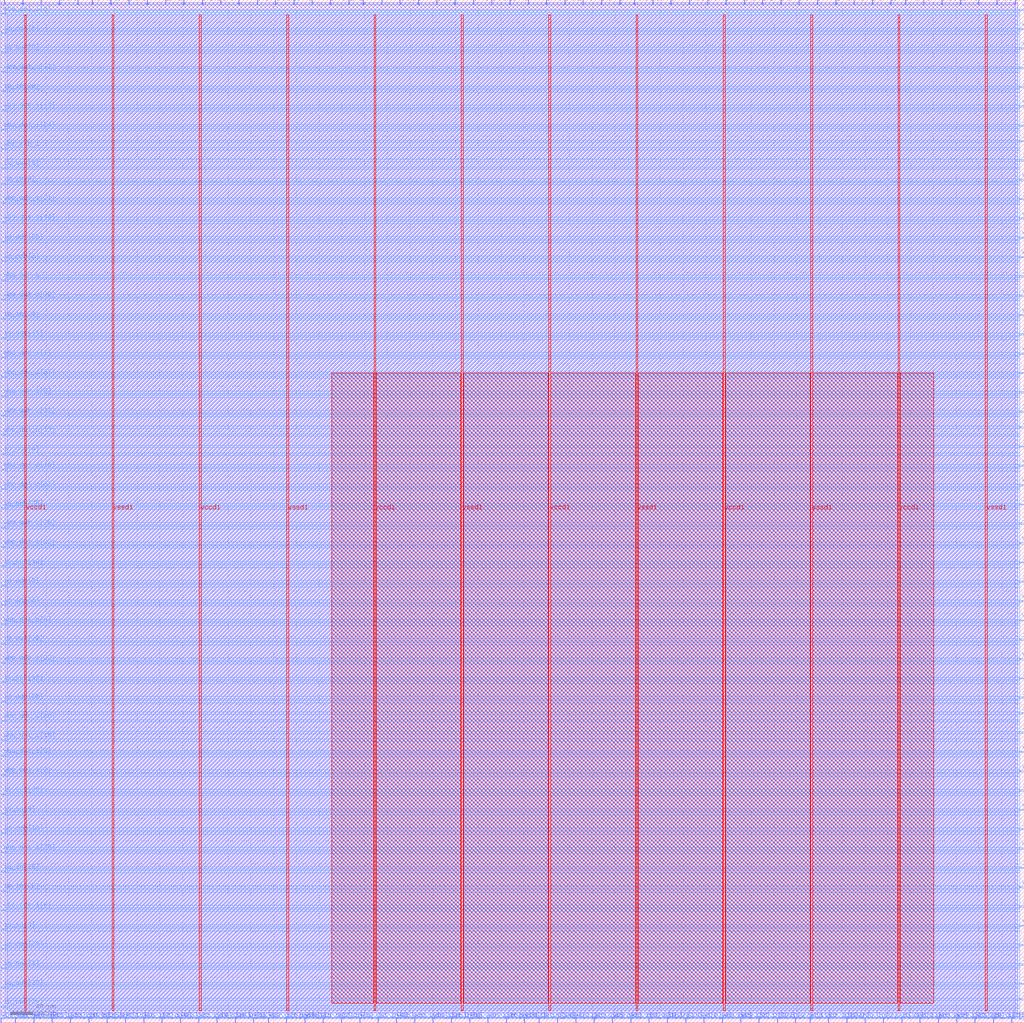
<source format=lef>
VERSION 5.7 ;
  NOWIREEXTENSIONATPIN ON ;
  DIVIDERCHAR "/" ;
  BUSBITCHARS "[]" ;
MACRO wrapped_etpu
  CLASS BLOCK ;
  FOREIGN wrapped_etpu ;
  ORIGIN 0.000 0.000 ;
  SIZE 900.000 BY 900.000 ;
  PIN active
    DIRECTION INPUT ;
    USE SIGNAL ;
    PORT
      LAYER met2 ;
        RECT 3.170 896.000 3.730 900.000 ;
    END
  END active
  PIN io_in[0]
    DIRECTION INPUT ;
    USE SIGNAL ;
    PORT
      LAYER met3 ;
        RECT 896.000 271.740 900.000 272.940 ;
    END
  END io_in[0]
  PIN io_in[10]
    DIRECTION INPUT ;
    USE SIGNAL ;
    PORT
      LAYER met2 ;
        RECT 666.490 0.000 667.050 4.000 ;
    END
  END io_in[10]
  PIN io_in[11]
    DIRECTION INPUT ;
    USE SIGNAL ;
    PORT
      LAYER met2 ;
        RECT 698.690 0.000 699.250 4.000 ;
    END
  END io_in[11]
  PIN io_in[12]
    DIRECTION INPUT ;
    USE SIGNAL ;
    PORT
      LAYER met2 ;
        RECT 206.030 0.000 206.590 4.000 ;
    END
  END io_in[12]
  PIN io_in[13]
    DIRECTION INPUT ;
    USE SIGNAL ;
    PORT
      LAYER met3 ;
        RECT 896.000 135.740 900.000 136.940 ;
    END
  END io_in[13]
  PIN io_in[14]
    DIRECTION INPUT ;
    USE SIGNAL ;
    PORT
      LAYER met3 ;
        RECT 896.000 101.740 900.000 102.940 ;
    END
  END io_in[14]
  PIN io_in[15]
    DIRECTION INPUT ;
    USE SIGNAL ;
    PORT
      LAYER met2 ;
        RECT 331.610 0.000 332.170 4.000 ;
    END
  END io_in[15]
  PIN io_in[16]
    DIRECTION INPUT ;
    USE SIGNAL ;
    PORT
      LAYER met3 ;
        RECT 0.000 132.340 4.000 133.540 ;
    END
  END io_in[16]
  PIN io_in[17]
    DIRECTION INPUT ;
    USE SIGNAL ;
    PORT
      LAYER met3 ;
        RECT 896.000 455.340 900.000 456.540 ;
    END
  END io_in[17]
  PIN io_in[18]
    DIRECTION INPUT ;
    USE SIGNAL ;
    PORT
      LAYER met3 ;
        RECT 896.000 336.340 900.000 337.540 ;
    END
  END io_in[18]
  PIN io_in[19]
    DIRECTION INPUT ;
    USE SIGNAL ;
    PORT
      LAYER met2 ;
        RECT 727.670 0.000 728.230 4.000 ;
    END
  END io_in[19]
  PIN io_in[1]
    DIRECTION INPUT ;
    USE SIGNAL ;
    PORT
      LAYER met2 ;
        RECT 289.750 896.000 290.310 900.000 ;
    END
  END io_in[1]
  PIN io_in[20]
    DIRECTION INPUT ;
    USE SIGNAL ;
    PORT
      LAYER met3 ;
        RECT 896.000 20.140 900.000 21.340 ;
    END
  END io_in[20]
  PIN io_in[21]
    DIRECTION INPUT ;
    USE SIGNAL ;
    PORT
      LAYER met3 ;
        RECT 896.000 655.940 900.000 657.140 ;
    END
  END io_in[21]
  PIN io_in[22]
    DIRECTION INPUT ;
    USE SIGNAL ;
    PORT
      LAYER met2 ;
        RECT 128.750 896.000 129.310 900.000 ;
    END
  END io_in[22]
  PIN io_in[23]
    DIRECTION INPUT ;
    USE SIGNAL ;
    PORT
      LAYER met2 ;
        RECT 766.310 896.000 766.870 900.000 ;
    END
  END io_in[23]
  PIN io_in[24]
    DIRECTION INPUT ;
    USE SIGNAL ;
    PORT
      LAYER met3 ;
        RECT 0.000 618.540 4.000 619.740 ;
    END
  END io_in[24]
  PIN io_in[25]
    DIRECTION INPUT ;
    USE SIGNAL ;
    PORT
      LAYER met2 ;
        RECT 827.490 896.000 828.050 900.000 ;
    END
  END io_in[25]
  PIN io_in[26]
    DIRECTION INPUT ;
    USE SIGNAL ;
    PORT
      LAYER met2 ;
        RECT 431.430 896.000 431.990 900.000 ;
    END
  END io_in[26]
  PIN io_in[27]
    DIRECTION INPUT ;
    USE SIGNAL ;
    PORT
      LAYER met2 ;
        RECT 682.590 0.000 683.150 4.000 ;
    END
  END io_in[27]
  PIN io_in[28]
    DIRECTION INPUT ;
    USE SIGNAL ;
    PORT
      LAYER met3 ;
        RECT 0.000 115.340 4.000 116.540 ;
    END
  END io_in[28]
  PIN io_in[29]
    DIRECTION INPUT ;
    USE SIGNAL ;
    PORT
      LAYER met2 ;
        RECT 585.990 0.000 586.550 4.000 ;
    END
  END io_in[29]
  PIN io_in[2]
    DIRECTION INPUT ;
    USE SIGNAL ;
    PORT
      LAYER met2 ;
        RECT 177.050 896.000 177.610 900.000 ;
    END
  END io_in[2]
  PIN io_in[30]
    DIRECTION INPUT ;
    USE SIGNAL ;
    PORT
      LAYER met2 ;
        RECT 35.370 896.000 35.930 900.000 ;
    END
  END io_in[30]
  PIN io_in[31]
    DIRECTION INPUT ;
    USE SIGNAL ;
    PORT
      LAYER met2 ;
        RECT 241.450 896.000 242.010 900.000 ;
    END
  END io_in[31]
  PIN io_in[32]
    DIRECTION INPUT ;
    USE SIGNAL ;
    PORT
      LAYER met3 ;
        RECT 0.000 366.940 4.000 368.140 ;
    END
  END io_in[32]
  PIN io_in[33]
    DIRECTION INPUT ;
    USE SIGNAL ;
    PORT
      LAYER met3 ;
        RECT 896.000 33.740 900.000 34.940 ;
    END
  END io_in[33]
  PIN io_in[34]
    DIRECTION INPUT ;
    USE SIGNAL ;
    PORT
      LAYER met2 ;
        RECT 473.290 0.000 473.850 4.000 ;
    END
  END io_in[34]
  PIN io_in[35]
    DIRECTION INPUT ;
    USE SIGNAL ;
    PORT
      LAYER met3 ;
        RECT 896.000 302.340 900.000 303.540 ;
    END
  END io_in[35]
  PIN io_in[36]
    DIRECTION INPUT ;
    USE SIGNAL ;
    PORT
      LAYER met3 ;
        RECT 0.000 819.140 4.000 820.340 ;
    END
  END io_in[36]
  PIN io_in[37]
    DIRECTION INPUT ;
    USE SIGNAL ;
    PORT
      LAYER met3 ;
        RECT 896.000 604.940 900.000 606.140 ;
    END
  END io_in[37]
  PIN io_in[3]
    DIRECTION INPUT ;
    USE SIGNAL ;
    PORT
      LAYER met2 ;
        RECT 759.870 0.000 760.430 4.000 ;
    END
  END io_in[3]
  PIN io_in[4]
    DIRECTION INPUT ;
    USE SIGNAL ;
    PORT
      LAYER met3 ;
        RECT 0.000 737.540 4.000 738.740 ;
    END
  END io_in[4]
  PIN io_in[5]
    DIRECTION INPUT ;
    USE SIGNAL ;
    PORT
      LAYER met2 ;
        RECT 299.410 0.000 299.970 4.000 ;
    END
  END io_in[5]
  PIN io_in[6]
    DIRECTION INPUT ;
    USE SIGNAL ;
    PORT
      LAYER met2 ;
        RECT 396.010 0.000 396.570 4.000 ;
    END
  END io_in[6]
  PIN io_in[7]
    DIRECTION INPUT ;
    USE SIGNAL ;
    PORT
      LAYER met2 ;
        RECT 743.770 0.000 744.330 4.000 ;
    END
  END io_in[7]
  PIN io_in[8]
    DIRECTION INPUT ;
    USE SIGNAL ;
    PORT
      LAYER met3 ;
        RECT 0.000 183.340 4.000 184.540 ;
    END
  END io_in[8]
  PIN io_in[9]
    DIRECTION INPUT ;
    USE SIGNAL ;
    PORT
      LAYER met3 ;
        RECT 0.000 81.340 4.000 82.540 ;
    END
  END io_in[9]
  PIN io_oeb[0]
    DIRECTION INOUT ;
    USE SIGNAL ;
    PORT
      LAYER met2 ;
        RECT 602.090 0.000 602.650 4.000 ;
    END
  END io_oeb[0]
  PIN io_oeb[10]
    DIRECTION INOUT ;
    USE SIGNAL ;
    PORT
      LAYER met2 ;
        RECT 653.610 896.000 654.170 900.000 ;
    END
  END io_oeb[10]
  PIN io_oeb[11]
    DIRECTION INOUT ;
    USE SIGNAL ;
    PORT
      LAYER met2 ;
        RECT 792.070 0.000 792.630 4.000 ;
    END
  END io_oeb[11]
  PIN io_oeb[12]
    DIRECTION INOUT ;
    USE SIGNAL ;
    PORT
      LAYER met2 ;
        RECT 685.810 896.000 686.370 900.000 ;
    END
  END io_oeb[12]
  PIN io_oeb[13]
    DIRECTION INOUT ;
    USE SIGNAL ;
    PORT
      LAYER met3 ;
        RECT 896.000 536.940 900.000 538.140 ;
    END
  END io_oeb[13]
  PIN io_oeb[14]
    DIRECTION INOUT ;
    USE SIGNAL ;
    PORT
      LAYER met3 ;
        RECT 896.000 723.940 900.000 725.140 ;
    END
  END io_oeb[14]
  PIN io_oeb[15]
    DIRECTION INOUT ;
    USE SIGNAL ;
    PORT
      LAYER met3 ;
        RECT 896.000 523.340 900.000 524.540 ;
    END
  END io_oeb[15]
  PIN io_oeb[16]
    DIRECTION INOUT ;
    USE SIGNAL ;
    PORT
      LAYER met3 ;
        RECT 0.000 298.940 4.000 300.140 ;
    END
  END io_oeb[16]
  PIN io_oeb[17]
    DIRECTION INOUT ;
    USE SIGNAL ;
    PORT
      LAYER met2 ;
        RECT 444.310 0.000 444.870 4.000 ;
    END
  END io_oeb[17]
  PIN io_oeb[18]
    DIRECTION INOUT ;
    USE SIGNAL ;
    PORT
      LAYER met2 ;
        RECT 811.390 896.000 811.950 900.000 ;
    END
  END io_oeb[18]
  PIN io_oeb[19]
    DIRECTION INOUT ;
    USE SIGNAL ;
    PORT
      LAYER met3 ;
        RECT 0.000 166.340 4.000 167.540 ;
    END
  END io_oeb[19]
  PIN io_oeb[1]
    DIRECTION INOUT ;
    USE SIGNAL ;
    PORT
      LAYER met3 ;
        RECT 896.000 50.740 900.000 51.940 ;
    END
  END io_oeb[1]
  PIN io_oeb[20]
    DIRECTION INOUT ;
    USE SIGNAL ;
    PORT
      LAYER met3 ;
        RECT 0.000 13.340 4.000 14.540 ;
    END
  END io_oeb[20]
  PIN io_oeb[21]
    DIRECTION INOUT ;
    USE SIGNAL ;
    PORT
      LAYER met2 ;
        RECT 251.110 0.000 251.670 4.000 ;
    END
  END io_oeb[21]
  PIN io_oeb[22]
    DIRECTION INOUT ;
    USE SIGNAL ;
    PORT
      LAYER met3 ;
        RECT 896.000 822.540 900.000 823.740 ;
    END
  END io_oeb[22]
  PIN io_oeb[23]
    DIRECTION INOUT ;
    USE SIGNAL ;
    PORT
      LAYER met2 ;
        RECT 734.110 896.000 734.670 900.000 ;
    END
  END io_oeb[23]
  PIN io_oeb[24]
    DIRECTION INOUT ;
    USE SIGNAL ;
    PORT
      LAYER met2 ;
        RECT 77.230 0.000 77.790 4.000 ;
    END
  END io_oeb[24]
  PIN io_oeb[25]
    DIRECTION INOUT ;
    USE SIGNAL ;
    PORT
      LAYER met2 ;
        RECT 283.310 0.000 283.870 4.000 ;
    END
  END io_oeb[25]
  PIN io_oeb[26]
    DIRECTION INOUT ;
    USE SIGNAL ;
    PORT
      LAYER met3 ;
        RECT 896.000 506.340 900.000 507.540 ;
    END
  END io_oeb[26]
  PIN io_oeb[27]
    DIRECTION INOUT ;
    USE SIGNAL ;
    PORT
      LAYER met2 ;
        RECT 569.890 0.000 570.450 4.000 ;
    END
  END io_oeb[27]
  PIN io_oeb[28]
    DIRECTION INOUT ;
    USE SIGNAL ;
    PORT
      LAYER met3 ;
        RECT 0.000 281.940 4.000 283.140 ;
    END
  END io_oeb[28]
  PIN io_oeb[29]
    DIRECTION INOUT ;
    USE SIGNAL ;
    PORT
      LAYER met2 ;
        RECT 415.330 896.000 415.890 900.000 ;
    END
  END io_oeb[29]
  PIN io_oeb[2]
    DIRECTION INOUT ;
    USE SIGNAL ;
    PORT
      LAYER met3 ;
        RECT 0.000 669.540 4.000 670.740 ;
    END
  END io_oeb[2]
  PIN io_oeb[30]
    DIRECTION INOUT ;
    USE SIGNAL ;
    PORT
      LAYER met2 ;
        RECT 80.450 896.000 81.010 900.000 ;
    END
  END io_oeb[30]
  PIN io_oeb[31]
    DIRECTION INOUT ;
    USE SIGNAL ;
    PORT
      LAYER met2 ;
        RECT 875.790 896.000 876.350 900.000 ;
    END
  END io_oeb[31]
  PIN io_oeb[32]
    DIRECTION INOUT ;
    USE SIGNAL ;
    PORT
      LAYER met2 ;
        RECT 511.930 896.000 512.490 900.000 ;
    END
  END io_oeb[32]
  PIN io_oeb[33]
    DIRECTION INOUT ;
    USE SIGNAL ;
    PORT
      LAYER met3 ;
        RECT 896.000 774.940 900.000 776.140 ;
    END
  END io_oeb[33]
  PIN io_oeb[34]
    DIRECTION INOUT ;
    USE SIGNAL ;
    PORT
      LAYER met3 ;
        RECT 896.000 788.540 900.000 789.740 ;
    END
  END io_oeb[34]
  PIN io_oeb[35]
    DIRECTION INOUT ;
    USE SIGNAL ;
    PORT
      LAYER met3 ;
        RECT 0.000 451.940 4.000 453.140 ;
    END
  END io_oeb[35]
  PIN io_oeb[36]
    DIRECTION INOUT ;
    USE SIGNAL ;
    PORT
      LAYER met2 ;
        RECT 750.210 896.000 750.770 900.000 ;
    END
  END io_oeb[36]
  PIN io_oeb[37]
    DIRECTION INOUT ;
    USE SIGNAL ;
    PORT
      LAYER met3 ;
        RECT 896.000 570.940 900.000 572.140 ;
    END
  END io_oeb[37]
  PIN io_oeb[3]
    DIRECTION INOUT ;
    USE SIGNAL ;
    PORT
      LAYER met2 ;
        RECT 160.950 896.000 161.510 900.000 ;
    END
  END io_oeb[3]
  PIN io_oeb[4]
    DIRECTION INOUT ;
    USE SIGNAL ;
    PORT
      LAYER met3 ;
        RECT 896.000 254.740 900.000 255.940 ;
    END
  END io_oeb[4]
  PIN io_oeb[5]
    DIRECTION INOUT ;
    USE SIGNAL ;
    PORT
      LAYER met3 ;
        RECT 0.000 751.140 4.000 752.340 ;
    END
  END io_oeb[5]
  PIN io_oeb[6]
    DIRECTION INOUT ;
    USE SIGNAL ;
    PORT
      LAYER met2 ;
        RECT 96.550 896.000 97.110 900.000 ;
    END
  END io_oeb[6]
  PIN io_oeb[7]
    DIRECTION INOUT ;
    USE SIGNAL ;
    PORT
      LAYER met3 ;
        RECT 896.000 839.540 900.000 840.740 ;
    END
  END io_oeb[7]
  PIN io_oeb[8]
    DIRECTION INOUT ;
    USE SIGNAL ;
    PORT
      LAYER met3 ;
        RECT 896.000 438.340 900.000 439.540 ;
    END
  END io_oeb[8]
  PIN io_oeb[9]
    DIRECTION INOUT ;
    USE SIGNAL ;
    PORT
      LAYER met3 ;
        RECT 0.000 383.940 4.000 385.140 ;
    END
  END io_oeb[9]
  PIN io_out[0]
    DIRECTION INOUT ;
    USE SIGNAL ;
    PORT
      LAYER met3 ;
        RECT 0.000 853.140 4.000 854.340 ;
    END
  END io_out[0]
  PIN io_out[10]
    DIRECTION INOUT ;
    USE SIGNAL ;
    PORT
      LAYER met3 ;
        RECT 0.000 30.340 4.000 31.540 ;
    END
  END io_out[10]
  PIN io_out[11]
    DIRECTION INOUT ;
    USE SIGNAL ;
    PORT
      LAYER met2 ;
        RECT 489.390 0.000 489.950 4.000 ;
    END
  END io_out[11]
  PIN io_out[12]
    DIRECTION INOUT ;
    USE SIGNAL ;
    PORT
      LAYER met3 ;
        RECT 0.000 400.940 4.000 402.140 ;
    END
  END io_out[12]
  PIN io_out[13]
    DIRECTION INOUT ;
    USE SIGNAL ;
    PORT
      LAYER met2 ;
        RECT 557.010 896.000 557.570 900.000 ;
    END
  END io_out[13]
  PIN io_out[14]
    DIRECTION INOUT ;
    USE SIGNAL ;
    PORT
      LAYER met2 ;
        RECT 891.890 896.000 892.450 900.000 ;
    END
  END io_out[14]
  PIN io_out[15]
    DIRECTION INOUT ;
    USE SIGNAL ;
    PORT
      LAYER met3 ;
        RECT 0.000 601.540 4.000 602.740 ;
    END
  END io_out[15]
  PIN io_out[16]
    DIRECTION INOUT ;
    USE SIGNAL ;
    PORT
      LAYER met2 ;
        RECT 93.330 0.000 93.890 4.000 ;
    END
  END io_out[16]
  PIN io_out[17]
    DIRECTION INOUT ;
    USE SIGNAL ;
    PORT
      LAYER met2 ;
        RECT 334.830 896.000 335.390 900.000 ;
    END
  END io_out[17]
  PIN io_out[18]
    DIRECTION INOUT ;
    USE SIGNAL ;
    PORT
      LAYER met3 ;
        RECT 896.000 203.740 900.000 204.940 ;
    END
  END io_out[18]
  PIN io_out[19]
    DIRECTION INOUT ;
    USE SIGNAL ;
    PORT
      LAYER met2 ;
        RECT 782.410 896.000 782.970 900.000 ;
    END
  END io_out[19]
  PIN io_out[1]
    DIRECTION INOUT ;
    USE SIGNAL ;
    PORT
      LAYER met3 ;
        RECT 0.000 47.340 4.000 48.540 ;
    END
  END io_out[1]
  PIN io_out[20]
    DIRECTION INOUT ;
    USE SIGNAL ;
    PORT
      LAYER met3 ;
        RECT 0.000 332.940 4.000 334.140 ;
    END
  END io_out[20]
  PIN io_out[21]
    DIRECTION INOUT ;
    USE SIGNAL ;
    PORT
      LAYER met2 ;
        RECT 775.970 0.000 776.530 4.000 ;
    END
  END io_out[21]
  PIN io_out[22]
    DIRECTION INOUT ;
    USE SIGNAL ;
    PORT
      LAYER met2 ;
        RECT 859.690 896.000 860.250 900.000 ;
    END
  END io_out[22]
  PIN io_out[23]
    DIRECTION INOUT ;
    USE SIGNAL ;
    PORT
      LAYER met2 ;
        RECT 605.310 896.000 605.870 900.000 ;
    END
  END io_out[23]
  PIN io_out[24]
    DIRECTION INOUT ;
    USE SIGNAL ;
    PORT
      LAYER met3 ;
        RECT 896.000 553.940 900.000 555.140 ;
    END
  END io_out[24]
  PIN io_out[25]
    DIRECTION INOUT ;
    USE SIGNAL ;
    PORT
      LAYER met3 ;
        RECT 0.000 686.540 4.000 687.740 ;
    END
  END io_out[25]
  PIN io_out[26]
    DIRECTION INOUT ;
    USE SIGNAL ;
    PORT
      LAYER met2 ;
        RECT 888.670 0.000 889.230 4.000 ;
    END
  END io_out[26]
  PIN io_out[27]
    DIRECTION INOUT ;
    USE SIGNAL ;
    PORT
      LAYER met3 ;
        RECT 896.000 387.340 900.000 388.540 ;
    END
  END io_out[27]
  PIN io_out[28]
    DIRECTION INOUT ;
    USE SIGNAL ;
    PORT
      LAYER met2 ;
        RECT 544.130 896.000 544.690 900.000 ;
    END
  END io_out[28]
  PIN io_out[29]
    DIRECTION INOUT ;
    USE SIGNAL ;
    PORT
      LAYER met2 ;
        RECT 669.710 896.000 670.270 900.000 ;
    END
  END io_out[29]
  PIN io_out[2]
    DIRECTION INOUT ;
    USE SIGNAL ;
    PORT
      LAYER met3 ;
        RECT 896.000 285.340 900.000 286.540 ;
    END
  END io_out[2]
  PIN io_out[30]
    DIRECTION INOUT ;
    USE SIGNAL ;
    PORT
      LAYER met3 ;
        RECT 0.000 64.340 4.000 65.540 ;
    END
  END io_out[30]
  PIN io_out[31]
    DIRECTION INOUT ;
    USE SIGNAL ;
    PORT
      LAYER met2 ;
        RECT 589.210 896.000 589.770 900.000 ;
    END
  END io_out[31]
  PIN io_out[32]
    DIRECTION INOUT ;
    USE SIGNAL ;
    PORT
      LAYER met2 ;
        RECT 225.350 896.000 225.910 900.000 ;
    END
  END io_out[32]
  PIN io_out[33]
    DIRECTION INOUT ;
    USE SIGNAL ;
    PORT
      LAYER met2 ;
        RECT 367.030 896.000 367.590 900.000 ;
    END
  END io_out[33]
  PIN io_out[34]
    DIRECTION INOUT ;
    USE SIGNAL ;
    PORT
      LAYER met2 ;
        RECT 495.830 896.000 496.390 900.000 ;
    END
  END io_out[34]
  PIN io_out[35]
    DIRECTION INOUT ;
    USE SIGNAL ;
    PORT
      LAYER met2 ;
        RECT 872.570 0.000 873.130 4.000 ;
    END
  END io_out[35]
  PIN io_out[36]
    DIRECTION INOUT ;
    USE SIGNAL ;
    PORT
      LAYER met3 ;
        RECT 0.000 200.340 4.000 201.540 ;
    END
  END io_out[36]
  PIN io_out[37]
    DIRECTION INOUT ;
    USE SIGNAL ;
    PORT
      LAYER met3 ;
        RECT 896.000 67.740 900.000 68.940 ;
    END
  END io_out[37]
  PIN io_out[3]
    DIRECTION INOUT ;
    USE SIGNAL ;
    PORT
      LAYER met2 ;
        RECT 141.630 0.000 142.190 4.000 ;
    END
  END io_out[3]
  PIN io_out[4]
    DIRECTION INOUT ;
    USE SIGNAL ;
    PORT
      LAYER met3 ;
        RECT 0.000 499.540 4.000 500.740 ;
    END
  END io_out[4]
  PIN io_out[5]
    DIRECTION INOUT ;
    USE SIGNAL ;
    PORT
      LAYER met2 ;
        RECT 479.730 896.000 480.290 900.000 ;
    END
  END io_out[5]
  PIN io_out[6]
    DIRECTION INOUT ;
    USE SIGNAL ;
    PORT
      LAYER met3 ;
        RECT 896.000 404.340 900.000 405.540 ;
    END
  END io_out[6]
  PIN io_out[7]
    DIRECTION INOUT ;
    USE SIGNAL ;
    PORT
      LAYER met3 ;
        RECT 896.000 169.740 900.000 170.940 ;
    END
  END io_out[7]
  PIN io_out[8]
    DIRECTION INOUT ;
    USE SIGNAL ;
    PORT
      LAYER met3 ;
        RECT 0.000 870.140 4.000 871.340 ;
    END
  END io_out[8]
  PIN io_out[9]
    DIRECTION INOUT ;
    USE SIGNAL ;
    PORT
      LAYER met3 ;
        RECT 896.000 757.940 900.000 759.140 ;
    END
  END io_out[9]
  PIN vccd1
    DIRECTION INOUT ;
    USE POWER ;
    PORT
      LAYER met4 ;
        RECT 21.040 10.640 22.640 886.960 ;
    END
    PORT
      LAYER met4 ;
        RECT 174.640 10.640 176.240 886.960 ;
    END
    PORT
      LAYER met4 ;
        RECT 328.240 10.640 329.840 886.960 ;
    END
    PORT
      LAYER met4 ;
        RECT 481.840 10.640 483.440 886.960 ;
    END
    PORT
      LAYER met4 ;
        RECT 635.440 10.640 637.040 886.960 ;
    END
    PORT
      LAYER met4 ;
        RECT 789.040 10.640 790.640 886.960 ;
    END
  END vccd1
  PIN vssd1
    DIRECTION INOUT ;
    USE GROUND ;
    PORT
      LAYER met4 ;
        RECT 97.840 10.640 99.440 886.960 ;
    END
    PORT
      LAYER met4 ;
        RECT 251.440 10.640 253.040 886.960 ;
    END
    PORT
      LAYER met4 ;
        RECT 405.040 10.640 406.640 886.960 ;
    END
    PORT
      LAYER met4 ;
        RECT 558.640 10.640 560.240 886.960 ;
    END
    PORT
      LAYER met4 ;
        RECT 712.240 10.640 713.840 886.960 ;
    END
    PORT
      LAYER met4 ;
        RECT 865.840 10.640 867.440 886.960 ;
    END
  END vssd1
  PIN wb_clk_i
    DIRECTION INPUT ;
    USE SIGNAL ;
    PORT
      LAYER met2 ;
        RECT 305.850 896.000 306.410 900.000 ;
    END
  END wb_clk_i
  PIN wb_rst_i
    DIRECTION INPUT ;
    USE SIGNAL ;
    PORT
      LAYER met3 ;
        RECT 896.000 873.540 900.000 874.740 ;
    END
  END wb_rst_i
  PIN wbs_ack_o
    DIRECTION INOUT ;
    USE SIGNAL ;
    PORT
      LAYER met3 ;
        RECT 0.000 652.540 4.000 653.740 ;
    END
  END wbs_ack_o
  PIN wbs_adr_i[0]
    DIRECTION INPUT ;
    USE SIGNAL ;
    PORT
      LAYER met3 ;
        RECT 896.000 587.940 900.000 589.140 ;
    END
  END wbs_adr_i[0]
  PIN wbs_adr_i[10]
    DIRECTION INPUT ;
    USE SIGNAL ;
    PORT
      LAYER met3 ;
        RECT 896.000 740.940 900.000 742.140 ;
    END
  END wbs_adr_i[10]
  PIN wbs_adr_i[11]
    DIRECTION INPUT ;
    USE SIGNAL ;
    PORT
      LAYER met3 ;
        RECT 0.000 533.540 4.000 534.740 ;
    END
  END wbs_adr_i[11]
  PIN wbs_adr_i[12]
    DIRECTION INPUT ;
    USE SIGNAL ;
    PORT
      LAYER met2 ;
        RECT 45.030 0.000 45.590 4.000 ;
    END
  END wbs_adr_i[12]
  PIN wbs_adr_i[13]
    DIRECTION INPUT ;
    USE SIGNAL ;
    PORT
      LAYER met2 ;
        RECT 347.710 0.000 348.270 4.000 ;
    END
  END wbs_adr_i[13]
  PIN wbs_adr_i[14]
    DIRECTION INPUT ;
    USE SIGNAL ;
    PORT
      LAYER met3 ;
        RECT 896.000 220.740 900.000 221.940 ;
    END
  END wbs_adr_i[14]
  PIN wbs_adr_i[15]
    DIRECTION INPUT ;
    USE SIGNAL ;
    PORT
      LAYER met2 ;
        RECT 463.630 896.000 464.190 900.000 ;
    END
  END wbs_adr_i[15]
  PIN wbs_adr_i[16]
    DIRECTION INPUT ;
    USE SIGNAL ;
    PORT
      LAYER met2 ;
        RECT 412.110 0.000 412.670 4.000 ;
    END
  END wbs_adr_i[16]
  PIN wbs_adr_i[17]
    DIRECTION INPUT ;
    USE SIGNAL ;
    PORT
      LAYER met3 ;
        RECT 896.000 152.740 900.000 153.940 ;
    END
  END wbs_adr_i[17]
  PIN wbs_adr_i[18]
    DIRECTION INPUT ;
    USE SIGNAL ;
    PORT
      LAYER met2 ;
        RECT 856.470 0.000 857.030 4.000 ;
    END
  END wbs_adr_i[18]
  PIN wbs_adr_i[19]
    DIRECTION INPUT ;
    USE SIGNAL ;
    PORT
      LAYER met3 ;
        RECT 0.000 802.140 4.000 803.340 ;
    END
  END wbs_adr_i[19]
  PIN wbs_adr_i[1]
    DIRECTION INPUT ;
    USE SIGNAL ;
    PORT
      LAYER met3 ;
        RECT 0.000 584.540 4.000 585.740 ;
    END
  END wbs_adr_i[1]
  PIN wbs_adr_i[20]
    DIRECTION INPUT ;
    USE SIGNAL ;
    PORT
      LAYER met3 ;
        RECT 896.000 489.340 900.000 490.540 ;
    END
  END wbs_adr_i[20]
  PIN wbs_adr_i[21]
    DIRECTION INPUT ;
    USE SIGNAL ;
    PORT
      LAYER met3 ;
        RECT 0.000 720.540 4.000 721.740 ;
    END
  END wbs_adr_i[21]
  PIN wbs_adr_i[22]
    DIRECTION INPUT ;
    USE SIGNAL ;
    PORT
      LAYER met3 ;
        RECT 0.000 315.940 4.000 317.140 ;
    END
  END wbs_adr_i[22]
  PIN wbs_adr_i[23]
    DIRECTION INPUT ;
    USE SIGNAL ;
    PORT
      LAYER met2 ;
        RECT 824.270 0.000 824.830 4.000 ;
    END
  END wbs_adr_i[23]
  PIN wbs_adr_i[24]
    DIRECTION INPUT ;
    USE SIGNAL ;
    PORT
      LAYER met2 ;
        RECT 273.650 896.000 274.210 900.000 ;
    END
  END wbs_adr_i[24]
  PIN wbs_adr_i[25]
    DIRECTION INPUT ;
    USE SIGNAL ;
    PORT
      LAYER met2 ;
        RECT 363.810 0.000 364.370 4.000 ;
    END
  END wbs_adr_i[25]
  PIN wbs_adr_i[26]
    DIRECTION INPUT ;
    USE SIGNAL ;
    PORT
      LAYER met3 ;
        RECT 0.000 434.940 4.000 436.140 ;
    END
  END wbs_adr_i[26]
  PIN wbs_adr_i[27]
    DIRECTION INPUT ;
    USE SIGNAL ;
    PORT
      LAYER met3 ;
        RECT 0.000 567.540 4.000 568.740 ;
    END
  END wbs_adr_i[27]
  PIN wbs_adr_i[28]
    DIRECTION INPUT ;
    USE SIGNAL ;
    PORT
      LAYER met3 ;
        RECT 0.000 264.940 4.000 266.140 ;
    END
  END wbs_adr_i[28]
  PIN wbs_adr_i[29]
    DIRECTION INPUT ;
    USE SIGNAL ;
    PORT
      LAYER met2 ;
        RECT 257.550 896.000 258.110 900.000 ;
    END
  END wbs_adr_i[29]
  PIN wbs_adr_i[2]
    DIRECTION INPUT ;
    USE SIGNAL ;
    PORT
      LAYER met2 ;
        RECT 267.210 0.000 267.770 4.000 ;
    END
  END wbs_adr_i[2]
  PIN wbs_adr_i[30]
    DIRECTION INPUT ;
    USE SIGNAL ;
    PORT
      LAYER met2 ;
        RECT 112.650 896.000 113.210 900.000 ;
    END
  END wbs_adr_i[30]
  PIN wbs_adr_i[31]
    DIRECTION INPUT ;
    USE SIGNAL ;
    PORT
      LAYER met3 ;
        RECT 896.000 84.740 900.000 85.940 ;
    END
  END wbs_adr_i[31]
  PIN wbs_adr_i[3]
    DIRECTION INPUT ;
    USE SIGNAL ;
    PORT
      LAYER met2 ;
        RECT 537.690 0.000 538.250 4.000 ;
    END
  END wbs_adr_i[3]
  PIN wbs_adr_i[4]
    DIRECTION INPUT ;
    USE SIGNAL ;
    PORT
      LAYER met3 ;
        RECT 896.000 706.940 900.000 708.140 ;
    END
  END wbs_adr_i[4]
  PIN wbs_adr_i[5]
    DIRECTION INPUT ;
    USE SIGNAL ;
    PORT
      LAYER met3 ;
        RECT 0.000 98.340 4.000 99.540 ;
    END
  END wbs_adr_i[5]
  PIN wbs_adr_i[6]
    DIRECTION INPUT ;
    USE SIGNAL ;
    PORT
      LAYER met2 ;
        RECT 222.130 0.000 222.690 4.000 ;
    END
  END wbs_adr_i[6]
  PIN wbs_adr_i[7]
    DIRECTION INPUT ;
    USE SIGNAL ;
    PORT
      LAYER met2 ;
        RECT 193.150 896.000 193.710 900.000 ;
    END
  END wbs_adr_i[7]
  PIN wbs_adr_i[8]
    DIRECTION INPUT ;
    USE SIGNAL ;
    PORT
      LAYER met2 ;
        RECT 711.570 0.000 712.130 4.000 ;
    END
  END wbs_adr_i[8]
  PIN wbs_adr_i[9]
    DIRECTION INPUT ;
    USE SIGNAL ;
    PORT
      LAYER met3 ;
        RECT 0.000 550.540 4.000 551.740 ;
    END
  END wbs_adr_i[9]
  PIN wbs_cyc_i
    DIRECTION INPUT ;
    USE SIGNAL ;
    PORT
      LAYER met2 ;
        RECT 718.010 896.000 718.570 900.000 ;
    END
  END wbs_cyc_i
  PIN wbs_dat_i[0]
    DIRECTION INPUT ;
    USE SIGNAL ;
    PORT
      LAYER met2 ;
        RECT 19.270 896.000 19.830 900.000 ;
    END
  END wbs_dat_i[0]
  PIN wbs_dat_i[10]
    DIRECTION INPUT ;
    USE SIGNAL ;
    PORT
      LAYER met2 ;
        RECT 209.250 896.000 209.810 900.000 ;
    END
  END wbs_dat_i[10]
  PIN wbs_dat_i[11]
    DIRECTION INPUT ;
    USE SIGNAL ;
    PORT
      LAYER met2 ;
        RECT 350.930 896.000 351.490 900.000 ;
    END
  END wbs_dat_i[11]
  PIN wbs_dat_i[12]
    DIRECTION INPUT ;
    USE SIGNAL ;
    PORT
      LAYER met2 ;
        RECT 318.730 896.000 319.290 900.000 ;
    END
  END wbs_dat_i[12]
  PIN wbs_dat_i[13]
    DIRECTION INPUT ;
    USE SIGNAL ;
    PORT
      LAYER met2 ;
        RECT 28.930 0.000 29.490 4.000 ;
    END
  END wbs_dat_i[13]
  PIN wbs_dat_i[14]
    DIRECTION INPUT ;
    USE SIGNAL ;
    PORT
      LAYER met2 ;
        RECT 157.730 0.000 158.290 4.000 ;
    END
  END wbs_dat_i[14]
  PIN wbs_dat_i[15]
    DIRECTION INPUT ;
    USE SIGNAL ;
    PORT
      LAYER met3 ;
        RECT 0.000 247.940 4.000 249.140 ;
    END
  END wbs_dat_i[15]
  PIN wbs_dat_i[16]
    DIRECTION INPUT ;
    USE SIGNAL ;
    PORT
      LAYER met2 ;
        RECT 428.210 0.000 428.770 4.000 ;
    END
  END wbs_dat_i[16]
  PIN wbs_dat_i[17]
    DIRECTION INPUT ;
    USE SIGNAL ;
    PORT
      LAYER met3 ;
        RECT 896.000 856.540 900.000 857.740 ;
    END
  END wbs_dat_i[17]
  PIN wbs_dat_i[18]
    DIRECTION INPUT ;
    USE SIGNAL ;
    PORT
      LAYER met2 ;
        RECT 51.470 896.000 52.030 900.000 ;
    END
  END wbs_dat_i[18]
  PIN wbs_dat_i[19]
    DIRECTION INPUT ;
    USE SIGNAL ;
    PORT
      LAYER met2 ;
        RECT 447.530 896.000 448.090 900.000 ;
    END
  END wbs_dat_i[19]
  PIN wbs_dat_i[1]
    DIRECTION INPUT ;
    USE SIGNAL ;
    PORT
      LAYER met2 ;
        RECT 109.430 0.000 109.990 4.000 ;
    END
  END wbs_dat_i[1]
  PIN wbs_dat_i[20]
    DIRECTION INPUT ;
    USE SIGNAL ;
    PORT
      LAYER met3 ;
        RECT 896.000 319.340 900.000 320.540 ;
    END
  END wbs_dat_i[20]
  PIN wbs_dat_i[21]
    DIRECTION INPUT ;
    USE SIGNAL ;
    PORT
      LAYER met3 ;
        RECT 896.000 672.940 900.000 674.140 ;
    END
  END wbs_dat_i[21]
  PIN wbs_dat_i[22]
    DIRECTION INPUT ;
    USE SIGNAL ;
    PORT
      LAYER met3 ;
        RECT 0.000 417.940 4.000 419.140 ;
    END
  END wbs_dat_i[22]
  PIN wbs_dat_i[23]
    DIRECTION INPUT ;
    USE SIGNAL ;
    PORT
      LAYER met3 ;
        RECT 896.000 472.340 900.000 473.540 ;
    END
  END wbs_dat_i[23]
  PIN wbs_dat_i[24]
    DIRECTION INPUT ;
    USE SIGNAL ;
    PORT
      LAYER met3 ;
        RECT 0.000 785.140 4.000 786.340 ;
    END
  END wbs_dat_i[24]
  PIN wbs_dat_i[25]
    DIRECTION INPUT ;
    USE SIGNAL ;
    PORT
      LAYER met3 ;
        RECT 0.000 149.340 4.000 150.540 ;
    END
  END wbs_dat_i[25]
  PIN wbs_dat_i[26]
    DIRECTION INPUT ;
    USE SIGNAL ;
    PORT
      LAYER met3 ;
        RECT 896.000 805.540 900.000 806.740 ;
    END
  END wbs_dat_i[26]
  PIN wbs_dat_i[27]
    DIRECTION INPUT ;
    USE SIGNAL ;
    PORT
      LAYER met2 ;
        RECT 528.030 896.000 528.590 900.000 ;
    END
  END wbs_dat_i[27]
  PIN wbs_dat_i[28]
    DIRECTION INPUT ;
    USE SIGNAL ;
    PORT
      LAYER met2 ;
        RECT 235.010 0.000 235.570 4.000 ;
    END
  END wbs_dat_i[28]
  PIN wbs_dat_i[29]
    DIRECTION INPUT ;
    USE SIGNAL ;
    PORT
      LAYER met3 ;
        RECT 896.000 353.340 900.000 354.540 ;
    END
  END wbs_dat_i[29]
  PIN wbs_dat_i[2]
    DIRECTION INPUT ;
    USE SIGNAL ;
    PORT
      LAYER met2 ;
        RECT 634.290 0.000 634.850 4.000 ;
    END
  END wbs_dat_i[2]
  PIN wbs_dat_i[30]
    DIRECTION INPUT ;
    USE SIGNAL ;
    PORT
      LAYER met3 ;
        RECT 896.000 118.740 900.000 119.940 ;
    END
  END wbs_dat_i[30]
  PIN wbs_dat_i[31]
    DIRECTION INPUT ;
    USE SIGNAL ;
    PORT
      LAYER met3 ;
        RECT 0.000 836.140 4.000 837.340 ;
    END
  END wbs_dat_i[31]
  PIN wbs_dat_i[3]
    DIRECTION INPUT ;
    USE SIGNAL ;
    PORT
      LAYER met2 ;
        RECT 808.170 0.000 808.730 4.000 ;
    END
  END wbs_dat_i[3]
  PIN wbs_dat_i[4]
    DIRECTION INPUT ;
    USE SIGNAL ;
    PORT
      LAYER met2 ;
        RECT 125.530 0.000 126.090 4.000 ;
    END
  END wbs_dat_i[4]
  PIN wbs_dat_i[5]
    DIRECTION INPUT ;
    USE SIGNAL ;
    PORT
      LAYER met2 ;
        RECT 379.910 0.000 380.470 4.000 ;
    END
  END wbs_dat_i[5]
  PIN wbs_dat_i[6]
    DIRECTION INPUT ;
    USE SIGNAL ;
    PORT
      LAYER met3 ;
        RECT 896.000 237.740 900.000 238.940 ;
    END
  END wbs_dat_i[6]
  PIN wbs_dat_i[7]
    DIRECTION INPUT ;
    USE SIGNAL ;
    PORT
      LAYER met3 ;
        RECT 896.000 890.540 900.000 891.740 ;
    END
  END wbs_dat_i[7]
  PIN wbs_dat_i[8]
    DIRECTION INPUT ;
    USE SIGNAL ;
    PORT
      LAYER met3 ;
        RECT 0.000 234.340 4.000 235.540 ;
    END
  END wbs_dat_i[8]
  PIN wbs_dat_i[9]
    DIRECTION INPUT ;
    USE SIGNAL ;
    PORT
      LAYER met2 ;
        RECT 840.370 0.000 840.930 4.000 ;
    END
  END wbs_dat_i[9]
  PIN wbs_dat_o[0]
    DIRECTION INOUT ;
    USE SIGNAL ;
    PORT
      LAYER met3 ;
        RECT 0.000 349.940 4.000 351.140 ;
    END
  END wbs_dat_o[0]
  PIN wbs_dat_o[10]
    DIRECTION INOUT ;
    USE SIGNAL ;
    PORT
      LAYER met3 ;
        RECT 896.000 370.340 900.000 371.540 ;
    END
  END wbs_dat_o[10]
  PIN wbs_dat_o[11]
    DIRECTION INOUT ;
    USE SIGNAL ;
    PORT
      LAYER met2 ;
        RECT 12.830 0.000 13.390 4.000 ;
    END
  END wbs_dat_o[11]
  PIN wbs_dat_o[12]
    DIRECTION INOUT ;
    USE SIGNAL ;
    PORT
      LAYER met3 ;
        RECT 896.000 689.940 900.000 691.140 ;
    END
  END wbs_dat_o[12]
  PIN wbs_dat_o[13]
    DIRECTION INOUT ;
    USE SIGNAL ;
    PORT
      LAYER met2 ;
        RECT 843.590 896.000 844.150 900.000 ;
    END
  END wbs_dat_o[13]
  PIN wbs_dat_o[14]
    DIRECTION INOUT ;
    USE SIGNAL ;
    PORT
      LAYER met3 ;
        RECT 896.000 3.140 900.000 4.340 ;
    END
  END wbs_dat_o[14]
  PIN wbs_dat_o[15]
    DIRECTION INOUT ;
    USE SIGNAL ;
    PORT
      LAYER met2 ;
        RECT 795.290 896.000 795.850 900.000 ;
    END
  END wbs_dat_o[15]
  PIN wbs_dat_o[16]
    DIRECTION INOUT ;
    USE SIGNAL ;
    PORT
      LAYER met3 ;
        RECT 0.000 485.940 4.000 487.140 ;
    END
  END wbs_dat_o[16]
  PIN wbs_dat_o[17]
    DIRECTION INOUT ;
    USE SIGNAL ;
    PORT
      LAYER met3 ;
        RECT 0.000 516.540 4.000 517.740 ;
    END
  END wbs_dat_o[17]
  PIN wbs_dat_o[18]
    DIRECTION INOUT ;
    USE SIGNAL ;
    PORT
      LAYER met2 ;
        RECT 553.790 0.000 554.350 4.000 ;
    END
  END wbs_dat_o[18]
  PIN wbs_dat_o[19]
    DIRECTION INOUT ;
    USE SIGNAL ;
    PORT
      LAYER met2 ;
        RECT -0.050 0.000 0.510 4.000 ;
    END
  END wbs_dat_o[19]
  PIN wbs_dat_o[1]
    DIRECTION INOUT ;
    USE SIGNAL ;
    PORT
      LAYER met2 ;
        RECT 650.390 0.000 650.950 4.000 ;
    END
  END wbs_dat_o[1]
  PIN wbs_dat_o[20]
    DIRECTION INOUT ;
    USE SIGNAL ;
    PORT
      LAYER met3 ;
        RECT 0.000 635.540 4.000 636.740 ;
    END
  END wbs_dat_o[20]
  PIN wbs_dat_o[21]
    DIRECTION INOUT ;
    USE SIGNAL ;
    PORT
      LAYER met2 ;
        RECT 67.570 896.000 68.130 900.000 ;
    END
  END wbs_dat_o[21]
  PIN wbs_dat_o[22]
    DIRECTION INOUT ;
    USE SIGNAL ;
    PORT
      LAYER met2 ;
        RECT 399.230 896.000 399.790 900.000 ;
    END
  END wbs_dat_o[22]
  PIN wbs_dat_o[23]
    DIRECTION INOUT ;
    USE SIGNAL ;
    PORT
      LAYER met3 ;
        RECT 0.000 468.940 4.000 470.140 ;
    END
  END wbs_dat_o[23]
  PIN wbs_dat_o[24]
    DIRECTION INOUT ;
    USE SIGNAL ;
    PORT
      LAYER met2 ;
        RECT 173.830 0.000 174.390 4.000 ;
    END
  END wbs_dat_o[24]
  PIN wbs_dat_o[25]
    DIRECTION INOUT ;
    USE SIGNAL ;
    PORT
      LAYER met2 ;
        RECT 61.130 0.000 61.690 4.000 ;
    END
  END wbs_dat_o[25]
  PIN wbs_dat_o[26]
    DIRECTION INOUT ;
    USE SIGNAL ;
    PORT
      LAYER met2 ;
        RECT 573.110 896.000 573.670 900.000 ;
    END
  END wbs_dat_o[26]
  PIN wbs_dat_o[27]
    DIRECTION INOUT ;
    USE SIGNAL ;
    PORT
      LAYER met2 ;
        RECT 383.130 896.000 383.690 900.000 ;
    END
  END wbs_dat_o[27]
  PIN wbs_dat_o[28]
    DIRECTION INOUT ;
    USE SIGNAL ;
    PORT
      LAYER met2 ;
        RECT 460.410 0.000 460.970 4.000 ;
    END
  END wbs_dat_o[28]
  PIN wbs_dat_o[29]
    DIRECTION INOUT ;
    USE SIGNAL ;
    PORT
      LAYER met2 ;
        RECT 701.910 896.000 702.470 900.000 ;
    END
  END wbs_dat_o[29]
  PIN wbs_dat_o[2]
    DIRECTION INOUT ;
    USE SIGNAL ;
    PORT
      LAYER met3 ;
        RECT 896.000 186.740 900.000 187.940 ;
    END
  END wbs_dat_o[2]
  PIN wbs_dat_o[30]
    DIRECTION INOUT ;
    USE SIGNAL ;
    PORT
      LAYER met3 ;
        RECT 0.000 703.540 4.000 704.740 ;
    END
  END wbs_dat_o[30]
  PIN wbs_dat_o[31]
    DIRECTION INOUT ;
    USE SIGNAL ;
    PORT
      LAYER met3 ;
        RECT 896.000 638.940 900.000 640.140 ;
    END
  END wbs_dat_o[31]
  PIN wbs_dat_o[3]
    DIRECTION INOUT ;
    USE SIGNAL ;
    PORT
      LAYER met2 ;
        RECT 189.930 0.000 190.490 4.000 ;
    END
  END wbs_dat_o[3]
  PIN wbs_dat_o[4]
    DIRECTION INOUT ;
    USE SIGNAL ;
    PORT
      LAYER met2 ;
        RECT 315.510 0.000 316.070 4.000 ;
    END
  END wbs_dat_o[4]
  PIN wbs_dat_o[5]
    DIRECTION INOUT ;
    USE SIGNAL ;
    PORT
      LAYER met2 ;
        RECT 505.490 0.000 506.050 4.000 ;
    END
  END wbs_dat_o[5]
  PIN wbs_dat_o[6]
    DIRECTION INOUT ;
    USE SIGNAL ;
    PORT
      LAYER met3 ;
        RECT 896.000 621.940 900.000 623.140 ;
    END
  END wbs_dat_o[6]
  PIN wbs_dat_o[7]
    DIRECTION INOUT ;
    USE SIGNAL ;
    PORT
      LAYER met2 ;
        RECT 521.590 0.000 522.150 4.000 ;
    END
  END wbs_dat_o[7]
  PIN wbs_dat_o[8]
    DIRECTION INOUT ;
    USE SIGNAL ;
    PORT
      LAYER met2 ;
        RECT 637.510 896.000 638.070 900.000 ;
    END
  END wbs_dat_o[8]
  PIN wbs_dat_o[9]
    DIRECTION INOUT ;
    USE SIGNAL ;
    PORT
      LAYER met2 ;
        RECT 621.410 896.000 621.970 900.000 ;
    END
  END wbs_dat_o[9]
  PIN wbs_sel_i[0]
    DIRECTION INPUT ;
    USE SIGNAL ;
    PORT
      LAYER met3 ;
        RECT 0.000 887.140 4.000 888.340 ;
    END
  END wbs_sel_i[0]
  PIN wbs_sel_i[1]
    DIRECTION INPUT ;
    USE SIGNAL ;
    PORT
      LAYER met2 ;
        RECT 144.850 896.000 145.410 900.000 ;
    END
  END wbs_sel_i[1]
  PIN wbs_sel_i[2]
    DIRECTION INPUT ;
    USE SIGNAL ;
    PORT
      LAYER met2 ;
        RECT 618.190 0.000 618.750 4.000 ;
    END
  END wbs_sel_i[2]
  PIN wbs_sel_i[3]
    DIRECTION INPUT ;
    USE SIGNAL ;
    PORT
      LAYER met3 ;
        RECT 0.000 217.340 4.000 218.540 ;
    END
  END wbs_sel_i[3]
  PIN wbs_stb_i
    DIRECTION INPUT ;
    USE SIGNAL ;
    PORT
      LAYER met3 ;
        RECT 0.000 768.140 4.000 769.340 ;
    END
  END wbs_stb_i
  PIN wbs_we_i
    DIRECTION INPUT ;
    USE SIGNAL ;
    PORT
      LAYER met3 ;
        RECT 896.000 421.340 900.000 422.540 ;
    END
  END wbs_we_i
  OBS
      LAYER li1 ;
        RECT 5.520 10.795 894.240 886.805 ;
      LAYER met1 ;
        RECT 0.070 8.880 894.240 897.220 ;
      LAYER met2 ;
        RECT 0.100 895.720 2.890 897.330 ;
        RECT 4.010 895.720 18.990 897.330 ;
        RECT 20.110 895.720 35.090 897.330 ;
        RECT 36.210 895.720 51.190 897.330 ;
        RECT 52.310 895.720 67.290 897.330 ;
        RECT 68.410 895.720 80.170 897.330 ;
        RECT 81.290 895.720 96.270 897.330 ;
        RECT 97.390 895.720 112.370 897.330 ;
        RECT 113.490 895.720 128.470 897.330 ;
        RECT 129.590 895.720 144.570 897.330 ;
        RECT 145.690 895.720 160.670 897.330 ;
        RECT 161.790 895.720 176.770 897.330 ;
        RECT 177.890 895.720 192.870 897.330 ;
        RECT 193.990 895.720 208.970 897.330 ;
        RECT 210.090 895.720 225.070 897.330 ;
        RECT 226.190 895.720 241.170 897.330 ;
        RECT 242.290 895.720 257.270 897.330 ;
        RECT 258.390 895.720 273.370 897.330 ;
        RECT 274.490 895.720 289.470 897.330 ;
        RECT 290.590 895.720 305.570 897.330 ;
        RECT 306.690 895.720 318.450 897.330 ;
        RECT 319.570 895.720 334.550 897.330 ;
        RECT 335.670 895.720 350.650 897.330 ;
        RECT 351.770 895.720 366.750 897.330 ;
        RECT 367.870 895.720 382.850 897.330 ;
        RECT 383.970 895.720 398.950 897.330 ;
        RECT 400.070 895.720 415.050 897.330 ;
        RECT 416.170 895.720 431.150 897.330 ;
        RECT 432.270 895.720 447.250 897.330 ;
        RECT 448.370 895.720 463.350 897.330 ;
        RECT 464.470 895.720 479.450 897.330 ;
        RECT 480.570 895.720 495.550 897.330 ;
        RECT 496.670 895.720 511.650 897.330 ;
        RECT 512.770 895.720 527.750 897.330 ;
        RECT 528.870 895.720 543.850 897.330 ;
        RECT 544.970 895.720 556.730 897.330 ;
        RECT 557.850 895.720 572.830 897.330 ;
        RECT 573.950 895.720 588.930 897.330 ;
        RECT 590.050 895.720 605.030 897.330 ;
        RECT 606.150 895.720 621.130 897.330 ;
        RECT 622.250 895.720 637.230 897.330 ;
        RECT 638.350 895.720 653.330 897.330 ;
        RECT 654.450 895.720 669.430 897.330 ;
        RECT 670.550 895.720 685.530 897.330 ;
        RECT 686.650 895.720 701.630 897.330 ;
        RECT 702.750 895.720 717.730 897.330 ;
        RECT 718.850 895.720 733.830 897.330 ;
        RECT 734.950 895.720 749.930 897.330 ;
        RECT 751.050 895.720 766.030 897.330 ;
        RECT 767.150 895.720 782.130 897.330 ;
        RECT 783.250 895.720 795.010 897.330 ;
        RECT 796.130 895.720 811.110 897.330 ;
        RECT 812.230 895.720 827.210 897.330 ;
        RECT 828.330 895.720 843.310 897.330 ;
        RECT 844.430 895.720 859.410 897.330 ;
        RECT 860.530 895.720 875.510 897.330 ;
        RECT 876.630 895.720 891.610 897.330 ;
        RECT 0.100 4.280 892.300 895.720 ;
        RECT 0.790 3.555 12.550 4.280 ;
        RECT 13.670 3.555 28.650 4.280 ;
        RECT 29.770 3.555 44.750 4.280 ;
        RECT 45.870 3.555 60.850 4.280 ;
        RECT 61.970 3.555 76.950 4.280 ;
        RECT 78.070 3.555 93.050 4.280 ;
        RECT 94.170 3.555 109.150 4.280 ;
        RECT 110.270 3.555 125.250 4.280 ;
        RECT 126.370 3.555 141.350 4.280 ;
        RECT 142.470 3.555 157.450 4.280 ;
        RECT 158.570 3.555 173.550 4.280 ;
        RECT 174.670 3.555 189.650 4.280 ;
        RECT 190.770 3.555 205.750 4.280 ;
        RECT 206.870 3.555 221.850 4.280 ;
        RECT 222.970 3.555 234.730 4.280 ;
        RECT 235.850 3.555 250.830 4.280 ;
        RECT 251.950 3.555 266.930 4.280 ;
        RECT 268.050 3.555 283.030 4.280 ;
        RECT 284.150 3.555 299.130 4.280 ;
        RECT 300.250 3.555 315.230 4.280 ;
        RECT 316.350 3.555 331.330 4.280 ;
        RECT 332.450 3.555 347.430 4.280 ;
        RECT 348.550 3.555 363.530 4.280 ;
        RECT 364.650 3.555 379.630 4.280 ;
        RECT 380.750 3.555 395.730 4.280 ;
        RECT 396.850 3.555 411.830 4.280 ;
        RECT 412.950 3.555 427.930 4.280 ;
        RECT 429.050 3.555 444.030 4.280 ;
        RECT 445.150 3.555 460.130 4.280 ;
        RECT 461.250 3.555 473.010 4.280 ;
        RECT 474.130 3.555 489.110 4.280 ;
        RECT 490.230 3.555 505.210 4.280 ;
        RECT 506.330 3.555 521.310 4.280 ;
        RECT 522.430 3.555 537.410 4.280 ;
        RECT 538.530 3.555 553.510 4.280 ;
        RECT 554.630 3.555 569.610 4.280 ;
        RECT 570.730 3.555 585.710 4.280 ;
        RECT 586.830 3.555 601.810 4.280 ;
        RECT 602.930 3.555 617.910 4.280 ;
        RECT 619.030 3.555 634.010 4.280 ;
        RECT 635.130 3.555 650.110 4.280 ;
        RECT 651.230 3.555 666.210 4.280 ;
        RECT 667.330 3.555 682.310 4.280 ;
        RECT 683.430 3.555 698.410 4.280 ;
        RECT 699.530 3.555 711.290 4.280 ;
        RECT 712.410 3.555 727.390 4.280 ;
        RECT 728.510 3.555 743.490 4.280 ;
        RECT 744.610 3.555 759.590 4.280 ;
        RECT 760.710 3.555 775.690 4.280 ;
        RECT 776.810 3.555 791.790 4.280 ;
        RECT 792.910 3.555 807.890 4.280 ;
        RECT 809.010 3.555 823.990 4.280 ;
        RECT 825.110 3.555 840.090 4.280 ;
        RECT 841.210 3.555 856.190 4.280 ;
        RECT 857.310 3.555 872.290 4.280 ;
        RECT 873.410 3.555 888.390 4.280 ;
        RECT 889.510 3.555 892.300 4.280 ;
      LAYER met3 ;
        RECT 4.000 890.140 895.600 891.305 ;
        RECT 4.000 888.740 896.000 890.140 ;
        RECT 4.400 886.740 896.000 888.740 ;
        RECT 4.000 875.140 896.000 886.740 ;
        RECT 4.000 873.140 895.600 875.140 ;
        RECT 4.000 871.740 896.000 873.140 ;
        RECT 4.400 869.740 896.000 871.740 ;
        RECT 4.000 858.140 896.000 869.740 ;
        RECT 4.000 856.140 895.600 858.140 ;
        RECT 4.000 854.740 896.000 856.140 ;
        RECT 4.400 852.740 896.000 854.740 ;
        RECT 4.000 841.140 896.000 852.740 ;
        RECT 4.000 839.140 895.600 841.140 ;
        RECT 4.000 837.740 896.000 839.140 ;
        RECT 4.400 835.740 896.000 837.740 ;
        RECT 4.000 824.140 896.000 835.740 ;
        RECT 4.000 822.140 895.600 824.140 ;
        RECT 4.000 820.740 896.000 822.140 ;
        RECT 4.400 818.740 896.000 820.740 ;
        RECT 4.000 807.140 896.000 818.740 ;
        RECT 4.000 805.140 895.600 807.140 ;
        RECT 4.000 803.740 896.000 805.140 ;
        RECT 4.400 801.740 896.000 803.740 ;
        RECT 4.000 790.140 896.000 801.740 ;
        RECT 4.000 788.140 895.600 790.140 ;
        RECT 4.000 786.740 896.000 788.140 ;
        RECT 4.400 784.740 896.000 786.740 ;
        RECT 4.000 776.540 896.000 784.740 ;
        RECT 4.000 774.540 895.600 776.540 ;
        RECT 4.000 769.740 896.000 774.540 ;
        RECT 4.400 767.740 896.000 769.740 ;
        RECT 4.000 759.540 896.000 767.740 ;
        RECT 4.000 757.540 895.600 759.540 ;
        RECT 4.000 752.740 896.000 757.540 ;
        RECT 4.400 750.740 896.000 752.740 ;
        RECT 4.000 742.540 896.000 750.740 ;
        RECT 4.000 740.540 895.600 742.540 ;
        RECT 4.000 739.140 896.000 740.540 ;
        RECT 4.400 737.140 896.000 739.140 ;
        RECT 4.000 725.540 896.000 737.140 ;
        RECT 4.000 723.540 895.600 725.540 ;
        RECT 4.000 722.140 896.000 723.540 ;
        RECT 4.400 720.140 896.000 722.140 ;
        RECT 4.000 708.540 896.000 720.140 ;
        RECT 4.000 706.540 895.600 708.540 ;
        RECT 4.000 705.140 896.000 706.540 ;
        RECT 4.400 703.140 896.000 705.140 ;
        RECT 4.000 691.540 896.000 703.140 ;
        RECT 4.000 689.540 895.600 691.540 ;
        RECT 4.000 688.140 896.000 689.540 ;
        RECT 4.400 686.140 896.000 688.140 ;
        RECT 4.000 674.540 896.000 686.140 ;
        RECT 4.000 672.540 895.600 674.540 ;
        RECT 4.000 671.140 896.000 672.540 ;
        RECT 4.400 669.140 896.000 671.140 ;
        RECT 4.000 657.540 896.000 669.140 ;
        RECT 4.000 655.540 895.600 657.540 ;
        RECT 4.000 654.140 896.000 655.540 ;
        RECT 4.400 652.140 896.000 654.140 ;
        RECT 4.000 640.540 896.000 652.140 ;
        RECT 4.000 638.540 895.600 640.540 ;
        RECT 4.000 637.140 896.000 638.540 ;
        RECT 4.400 635.140 896.000 637.140 ;
        RECT 4.000 623.540 896.000 635.140 ;
        RECT 4.000 621.540 895.600 623.540 ;
        RECT 4.000 620.140 896.000 621.540 ;
        RECT 4.400 618.140 896.000 620.140 ;
        RECT 4.000 606.540 896.000 618.140 ;
        RECT 4.000 604.540 895.600 606.540 ;
        RECT 4.000 603.140 896.000 604.540 ;
        RECT 4.400 601.140 896.000 603.140 ;
        RECT 4.000 589.540 896.000 601.140 ;
        RECT 4.000 587.540 895.600 589.540 ;
        RECT 4.000 586.140 896.000 587.540 ;
        RECT 4.400 584.140 896.000 586.140 ;
        RECT 4.000 572.540 896.000 584.140 ;
        RECT 4.000 570.540 895.600 572.540 ;
        RECT 4.000 569.140 896.000 570.540 ;
        RECT 4.400 567.140 896.000 569.140 ;
        RECT 4.000 555.540 896.000 567.140 ;
        RECT 4.000 553.540 895.600 555.540 ;
        RECT 4.000 552.140 896.000 553.540 ;
        RECT 4.400 550.140 896.000 552.140 ;
        RECT 4.000 538.540 896.000 550.140 ;
        RECT 4.000 536.540 895.600 538.540 ;
        RECT 4.000 535.140 896.000 536.540 ;
        RECT 4.400 533.140 896.000 535.140 ;
        RECT 4.000 524.940 896.000 533.140 ;
        RECT 4.000 522.940 895.600 524.940 ;
        RECT 4.000 518.140 896.000 522.940 ;
        RECT 4.400 516.140 896.000 518.140 ;
        RECT 4.000 507.940 896.000 516.140 ;
        RECT 4.000 505.940 895.600 507.940 ;
        RECT 4.000 501.140 896.000 505.940 ;
        RECT 4.400 499.140 896.000 501.140 ;
        RECT 4.000 490.940 896.000 499.140 ;
        RECT 4.000 488.940 895.600 490.940 ;
        RECT 4.000 487.540 896.000 488.940 ;
        RECT 4.400 485.540 896.000 487.540 ;
        RECT 4.000 473.940 896.000 485.540 ;
        RECT 4.000 471.940 895.600 473.940 ;
        RECT 4.000 470.540 896.000 471.940 ;
        RECT 4.400 468.540 896.000 470.540 ;
        RECT 4.000 456.940 896.000 468.540 ;
        RECT 4.000 454.940 895.600 456.940 ;
        RECT 4.000 453.540 896.000 454.940 ;
        RECT 4.400 451.540 896.000 453.540 ;
        RECT 4.000 439.940 896.000 451.540 ;
        RECT 4.000 437.940 895.600 439.940 ;
        RECT 4.000 436.540 896.000 437.940 ;
        RECT 4.400 434.540 896.000 436.540 ;
        RECT 4.000 422.940 896.000 434.540 ;
        RECT 4.000 420.940 895.600 422.940 ;
        RECT 4.000 419.540 896.000 420.940 ;
        RECT 4.400 417.540 896.000 419.540 ;
        RECT 4.000 405.940 896.000 417.540 ;
        RECT 4.000 403.940 895.600 405.940 ;
        RECT 4.000 402.540 896.000 403.940 ;
        RECT 4.400 400.540 896.000 402.540 ;
        RECT 4.000 388.940 896.000 400.540 ;
        RECT 4.000 386.940 895.600 388.940 ;
        RECT 4.000 385.540 896.000 386.940 ;
        RECT 4.400 383.540 896.000 385.540 ;
        RECT 4.000 371.940 896.000 383.540 ;
        RECT 4.000 369.940 895.600 371.940 ;
        RECT 4.000 368.540 896.000 369.940 ;
        RECT 4.400 366.540 896.000 368.540 ;
        RECT 4.000 354.940 896.000 366.540 ;
        RECT 4.000 352.940 895.600 354.940 ;
        RECT 4.000 351.540 896.000 352.940 ;
        RECT 4.400 349.540 896.000 351.540 ;
        RECT 4.000 337.940 896.000 349.540 ;
        RECT 4.000 335.940 895.600 337.940 ;
        RECT 4.000 334.540 896.000 335.940 ;
        RECT 4.400 332.540 896.000 334.540 ;
        RECT 4.000 320.940 896.000 332.540 ;
        RECT 4.000 318.940 895.600 320.940 ;
        RECT 4.000 317.540 896.000 318.940 ;
        RECT 4.400 315.540 896.000 317.540 ;
        RECT 4.000 303.940 896.000 315.540 ;
        RECT 4.000 301.940 895.600 303.940 ;
        RECT 4.000 300.540 896.000 301.940 ;
        RECT 4.400 298.540 896.000 300.540 ;
        RECT 4.000 286.940 896.000 298.540 ;
        RECT 4.000 284.940 895.600 286.940 ;
        RECT 4.000 283.540 896.000 284.940 ;
        RECT 4.400 281.540 896.000 283.540 ;
        RECT 4.000 273.340 896.000 281.540 ;
        RECT 4.000 271.340 895.600 273.340 ;
        RECT 4.000 266.540 896.000 271.340 ;
        RECT 4.400 264.540 896.000 266.540 ;
        RECT 4.000 256.340 896.000 264.540 ;
        RECT 4.000 254.340 895.600 256.340 ;
        RECT 4.000 249.540 896.000 254.340 ;
        RECT 4.400 247.540 896.000 249.540 ;
        RECT 4.000 239.340 896.000 247.540 ;
        RECT 4.000 237.340 895.600 239.340 ;
        RECT 4.000 235.940 896.000 237.340 ;
        RECT 4.400 233.940 896.000 235.940 ;
        RECT 4.000 222.340 896.000 233.940 ;
        RECT 4.000 220.340 895.600 222.340 ;
        RECT 4.000 218.940 896.000 220.340 ;
        RECT 4.400 216.940 896.000 218.940 ;
        RECT 4.000 205.340 896.000 216.940 ;
        RECT 4.000 203.340 895.600 205.340 ;
        RECT 4.000 201.940 896.000 203.340 ;
        RECT 4.400 199.940 896.000 201.940 ;
        RECT 4.000 188.340 896.000 199.940 ;
        RECT 4.000 186.340 895.600 188.340 ;
        RECT 4.000 184.940 896.000 186.340 ;
        RECT 4.400 182.940 896.000 184.940 ;
        RECT 4.000 171.340 896.000 182.940 ;
        RECT 4.000 169.340 895.600 171.340 ;
        RECT 4.000 167.940 896.000 169.340 ;
        RECT 4.400 165.940 896.000 167.940 ;
        RECT 4.000 154.340 896.000 165.940 ;
        RECT 4.000 152.340 895.600 154.340 ;
        RECT 4.000 150.940 896.000 152.340 ;
        RECT 4.400 148.940 896.000 150.940 ;
        RECT 4.000 137.340 896.000 148.940 ;
        RECT 4.000 135.340 895.600 137.340 ;
        RECT 4.000 133.940 896.000 135.340 ;
        RECT 4.400 131.940 896.000 133.940 ;
        RECT 4.000 120.340 896.000 131.940 ;
        RECT 4.000 118.340 895.600 120.340 ;
        RECT 4.000 116.940 896.000 118.340 ;
        RECT 4.400 114.940 896.000 116.940 ;
        RECT 4.000 103.340 896.000 114.940 ;
        RECT 4.000 101.340 895.600 103.340 ;
        RECT 4.000 99.940 896.000 101.340 ;
        RECT 4.400 97.940 896.000 99.940 ;
        RECT 4.000 86.340 896.000 97.940 ;
        RECT 4.000 84.340 895.600 86.340 ;
        RECT 4.000 82.940 896.000 84.340 ;
        RECT 4.400 80.940 896.000 82.940 ;
        RECT 4.000 69.340 896.000 80.940 ;
        RECT 4.000 67.340 895.600 69.340 ;
        RECT 4.000 65.940 896.000 67.340 ;
        RECT 4.400 63.940 896.000 65.940 ;
        RECT 4.000 52.340 896.000 63.940 ;
        RECT 4.000 50.340 895.600 52.340 ;
        RECT 4.000 48.940 896.000 50.340 ;
        RECT 4.400 46.940 896.000 48.940 ;
        RECT 4.000 35.340 896.000 46.940 ;
        RECT 4.000 33.340 895.600 35.340 ;
        RECT 4.000 31.940 896.000 33.340 ;
        RECT 4.400 29.940 896.000 31.940 ;
        RECT 4.000 21.740 896.000 29.940 ;
        RECT 4.000 19.740 895.600 21.740 ;
        RECT 4.000 14.940 896.000 19.740 ;
        RECT 4.400 12.940 896.000 14.940 ;
        RECT 4.000 4.740 896.000 12.940 ;
        RECT 4.000 3.575 895.600 4.740 ;
      LAYER met4 ;
        RECT 291.015 17.175 327.840 571.705 ;
        RECT 330.240 17.175 404.640 571.705 ;
        RECT 407.040 17.175 481.440 571.705 ;
        RECT 483.840 17.175 558.240 571.705 ;
        RECT 560.640 17.175 635.040 571.705 ;
        RECT 637.440 17.175 711.840 571.705 ;
        RECT 714.240 17.175 788.640 571.705 ;
        RECT 791.040 17.175 820.345 571.705 ;
  END
END wrapped_etpu
END LIBRARY


</source>
